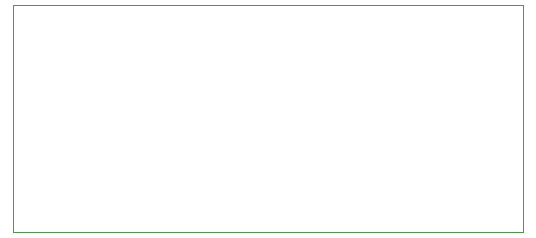
<source format=gbr>
G04 #@! TF.GenerationSoftware,KiCad,Pcbnew,(5.1.10)-1*
G04 #@! TF.CreationDate,2021-06-05T02:46:32+08:00*
G04 #@! TF.ProjectId,ch340,63683334-302e-46b6-9963-61645f706362,rev?*
G04 #@! TF.SameCoordinates,Original*
G04 #@! TF.FileFunction,Profile,NP*
%FSLAX46Y46*%
G04 Gerber Fmt 4.6, Leading zero omitted, Abs format (unit mm)*
G04 Created by KiCad (PCBNEW (5.1.10)-1) date 2021-06-05 02:46:32*
%MOMM*%
%LPD*%
G01*
G04 APERTURE LIST*
G04 #@! TA.AperFunction,Profile*
%ADD10C,0.050000*%
G04 #@! TD*
G04 APERTURE END LIST*
D10*
X160317180Y-88496140D02*
X117104160Y-88496140D01*
X117104160Y-107678220D02*
X117104160Y-88496140D01*
X160317180Y-107678220D02*
X117104160Y-107678220D01*
X160317180Y-88496140D02*
X160317180Y-107678220D01*
M02*

</source>
